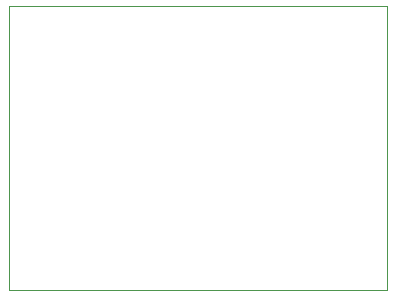
<source format=gbr>
%FSLAX34Y34*%
%MOMM*%
%LNOUTLINE*%
G71*
G01*
%ADD10C, 0.000*%
%LPD*%
G54D10*
X0Y0D02*
X320000Y0D01*
X320000Y-240000D01*
X0Y-240000D01*
X0Y0D01*
M02*

</source>
